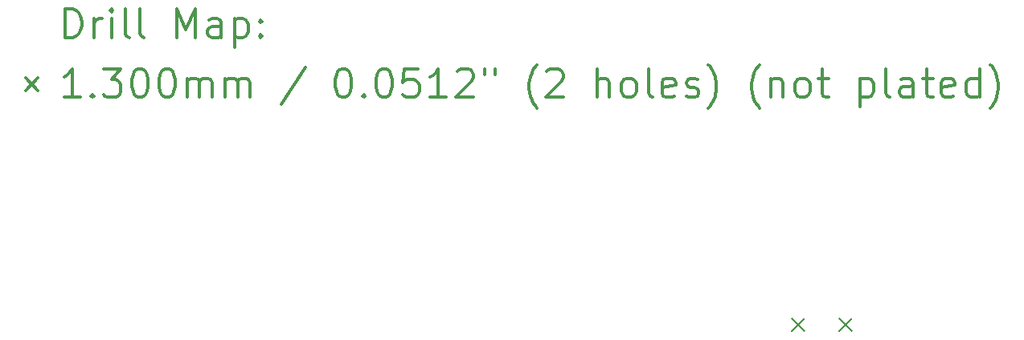
<source format=gbr>
%FSLAX45Y45*%
G04 Gerber Fmt 4.5, Leading zero omitted, Abs format (unit mm)*
G04 Created by KiCad (PCBNEW (5.1.12-1-10_14)) date 2021-12-30 00:25:39*
%MOMM*%
%LPD*%
G01*
G04 APERTURE LIST*
%ADD10C,0.200000*%
%ADD11C,0.300000*%
G04 APERTURE END LIST*
D10*
X7940000Y-3433850D02*
X8070000Y-3563850D01*
X8070000Y-3433850D02*
X7940000Y-3563850D01*
X8440000Y-3433850D02*
X8570000Y-3563850D01*
X8570000Y-3433850D02*
X8440000Y-3563850D01*
D11*
X286429Y-465714D02*
X286429Y-165714D01*
X357857Y-165714D01*
X400714Y-180000D01*
X429286Y-208571D01*
X443571Y-237143D01*
X457857Y-294286D01*
X457857Y-337143D01*
X443571Y-394286D01*
X429286Y-422857D01*
X400714Y-451428D01*
X357857Y-465714D01*
X286429Y-465714D01*
X586429Y-465714D02*
X586429Y-265714D01*
X586429Y-322857D02*
X600714Y-294286D01*
X615000Y-280000D01*
X643571Y-265714D01*
X672143Y-265714D01*
X772143Y-465714D02*
X772143Y-265714D01*
X772143Y-165714D02*
X757857Y-180000D01*
X772143Y-194286D01*
X786428Y-180000D01*
X772143Y-165714D01*
X772143Y-194286D01*
X957857Y-465714D02*
X929286Y-451428D01*
X915000Y-422857D01*
X915000Y-165714D01*
X1115000Y-465714D02*
X1086429Y-451428D01*
X1072143Y-422857D01*
X1072143Y-165714D01*
X1457857Y-465714D02*
X1457857Y-165714D01*
X1557857Y-380000D01*
X1657857Y-165714D01*
X1657857Y-465714D01*
X1929286Y-465714D02*
X1929286Y-308571D01*
X1915000Y-280000D01*
X1886428Y-265714D01*
X1829286Y-265714D01*
X1800714Y-280000D01*
X1929286Y-451428D02*
X1900714Y-465714D01*
X1829286Y-465714D01*
X1800714Y-451428D01*
X1786428Y-422857D01*
X1786428Y-394286D01*
X1800714Y-365714D01*
X1829286Y-351428D01*
X1900714Y-351428D01*
X1929286Y-337143D01*
X2072143Y-265714D02*
X2072143Y-565714D01*
X2072143Y-280000D02*
X2100714Y-265714D01*
X2157857Y-265714D01*
X2186429Y-280000D01*
X2200714Y-294286D01*
X2215000Y-322857D01*
X2215000Y-408571D01*
X2200714Y-437143D01*
X2186429Y-451428D01*
X2157857Y-465714D01*
X2100714Y-465714D01*
X2072143Y-451428D01*
X2343571Y-437143D02*
X2357857Y-451428D01*
X2343571Y-465714D01*
X2329286Y-451428D01*
X2343571Y-437143D01*
X2343571Y-465714D01*
X2343571Y-280000D02*
X2357857Y-294286D01*
X2343571Y-308571D01*
X2329286Y-294286D01*
X2343571Y-280000D01*
X2343571Y-308571D01*
X-130000Y-895000D02*
X0Y-1025000D01*
X0Y-895000D02*
X-130000Y-1025000D01*
X443571Y-1095714D02*
X272143Y-1095714D01*
X357857Y-1095714D02*
X357857Y-795714D01*
X329286Y-838571D01*
X300714Y-867143D01*
X272143Y-881428D01*
X572143Y-1067143D02*
X586429Y-1081429D01*
X572143Y-1095714D01*
X557857Y-1081429D01*
X572143Y-1067143D01*
X572143Y-1095714D01*
X686429Y-795714D02*
X872143Y-795714D01*
X772143Y-910000D01*
X815000Y-910000D01*
X843571Y-924286D01*
X857857Y-938571D01*
X872143Y-967143D01*
X872143Y-1038571D01*
X857857Y-1067143D01*
X843571Y-1081429D01*
X815000Y-1095714D01*
X729286Y-1095714D01*
X700714Y-1081429D01*
X686429Y-1067143D01*
X1057857Y-795714D02*
X1086429Y-795714D01*
X1115000Y-810000D01*
X1129286Y-824286D01*
X1143571Y-852857D01*
X1157857Y-910000D01*
X1157857Y-981428D01*
X1143571Y-1038571D01*
X1129286Y-1067143D01*
X1115000Y-1081429D01*
X1086429Y-1095714D01*
X1057857Y-1095714D01*
X1029286Y-1081429D01*
X1015000Y-1067143D01*
X1000714Y-1038571D01*
X986428Y-981428D01*
X986428Y-910000D01*
X1000714Y-852857D01*
X1015000Y-824286D01*
X1029286Y-810000D01*
X1057857Y-795714D01*
X1343571Y-795714D02*
X1372143Y-795714D01*
X1400714Y-810000D01*
X1415000Y-824286D01*
X1429286Y-852857D01*
X1443571Y-910000D01*
X1443571Y-981428D01*
X1429286Y-1038571D01*
X1415000Y-1067143D01*
X1400714Y-1081429D01*
X1372143Y-1095714D01*
X1343571Y-1095714D01*
X1315000Y-1081429D01*
X1300714Y-1067143D01*
X1286429Y-1038571D01*
X1272143Y-981428D01*
X1272143Y-910000D01*
X1286429Y-852857D01*
X1300714Y-824286D01*
X1315000Y-810000D01*
X1343571Y-795714D01*
X1572143Y-1095714D02*
X1572143Y-895714D01*
X1572143Y-924286D02*
X1586428Y-910000D01*
X1615000Y-895714D01*
X1657857Y-895714D01*
X1686428Y-910000D01*
X1700714Y-938571D01*
X1700714Y-1095714D01*
X1700714Y-938571D02*
X1715000Y-910000D01*
X1743571Y-895714D01*
X1786428Y-895714D01*
X1815000Y-910000D01*
X1829286Y-938571D01*
X1829286Y-1095714D01*
X1972143Y-1095714D02*
X1972143Y-895714D01*
X1972143Y-924286D02*
X1986428Y-910000D01*
X2015000Y-895714D01*
X2057857Y-895714D01*
X2086428Y-910000D01*
X2100714Y-938571D01*
X2100714Y-1095714D01*
X2100714Y-938571D02*
X2115000Y-910000D01*
X2143571Y-895714D01*
X2186429Y-895714D01*
X2215000Y-910000D01*
X2229286Y-938571D01*
X2229286Y-1095714D01*
X2815000Y-781428D02*
X2557857Y-1167143D01*
X3200714Y-795714D02*
X3229286Y-795714D01*
X3257857Y-810000D01*
X3272143Y-824286D01*
X3286428Y-852857D01*
X3300714Y-910000D01*
X3300714Y-981428D01*
X3286428Y-1038571D01*
X3272143Y-1067143D01*
X3257857Y-1081429D01*
X3229286Y-1095714D01*
X3200714Y-1095714D01*
X3172143Y-1081429D01*
X3157857Y-1067143D01*
X3143571Y-1038571D01*
X3129286Y-981428D01*
X3129286Y-910000D01*
X3143571Y-852857D01*
X3157857Y-824286D01*
X3172143Y-810000D01*
X3200714Y-795714D01*
X3429286Y-1067143D02*
X3443571Y-1081429D01*
X3429286Y-1095714D01*
X3415000Y-1081429D01*
X3429286Y-1067143D01*
X3429286Y-1095714D01*
X3629286Y-795714D02*
X3657857Y-795714D01*
X3686428Y-810000D01*
X3700714Y-824286D01*
X3715000Y-852857D01*
X3729286Y-910000D01*
X3729286Y-981428D01*
X3715000Y-1038571D01*
X3700714Y-1067143D01*
X3686428Y-1081429D01*
X3657857Y-1095714D01*
X3629286Y-1095714D01*
X3600714Y-1081429D01*
X3586428Y-1067143D01*
X3572143Y-1038571D01*
X3557857Y-981428D01*
X3557857Y-910000D01*
X3572143Y-852857D01*
X3586428Y-824286D01*
X3600714Y-810000D01*
X3629286Y-795714D01*
X4000714Y-795714D02*
X3857857Y-795714D01*
X3843571Y-938571D01*
X3857857Y-924286D01*
X3886428Y-910000D01*
X3957857Y-910000D01*
X3986428Y-924286D01*
X4000714Y-938571D01*
X4015000Y-967143D01*
X4015000Y-1038571D01*
X4000714Y-1067143D01*
X3986428Y-1081429D01*
X3957857Y-1095714D01*
X3886428Y-1095714D01*
X3857857Y-1081429D01*
X3843571Y-1067143D01*
X4300714Y-1095714D02*
X4129286Y-1095714D01*
X4215000Y-1095714D02*
X4215000Y-795714D01*
X4186428Y-838571D01*
X4157857Y-867143D01*
X4129286Y-881428D01*
X4415000Y-824286D02*
X4429286Y-810000D01*
X4457857Y-795714D01*
X4529286Y-795714D01*
X4557857Y-810000D01*
X4572143Y-824286D01*
X4586429Y-852857D01*
X4586429Y-881428D01*
X4572143Y-924286D01*
X4400714Y-1095714D01*
X4586429Y-1095714D01*
X4700714Y-795714D02*
X4700714Y-852857D01*
X4815000Y-795714D02*
X4815000Y-852857D01*
X5257857Y-1210000D02*
X5243571Y-1195714D01*
X5215000Y-1152857D01*
X5200714Y-1124286D01*
X5186429Y-1081429D01*
X5172143Y-1010000D01*
X5172143Y-952857D01*
X5186429Y-881428D01*
X5200714Y-838571D01*
X5215000Y-810000D01*
X5243571Y-767143D01*
X5257857Y-752857D01*
X5357857Y-824286D02*
X5372143Y-810000D01*
X5400714Y-795714D01*
X5472143Y-795714D01*
X5500714Y-810000D01*
X5515000Y-824286D01*
X5529286Y-852857D01*
X5529286Y-881428D01*
X5515000Y-924286D01*
X5343571Y-1095714D01*
X5529286Y-1095714D01*
X5886428Y-1095714D02*
X5886428Y-795714D01*
X6015000Y-1095714D02*
X6015000Y-938571D01*
X6000714Y-910000D01*
X5972143Y-895714D01*
X5929286Y-895714D01*
X5900714Y-910000D01*
X5886428Y-924286D01*
X6200714Y-1095714D02*
X6172143Y-1081429D01*
X6157857Y-1067143D01*
X6143571Y-1038571D01*
X6143571Y-952857D01*
X6157857Y-924286D01*
X6172143Y-910000D01*
X6200714Y-895714D01*
X6243571Y-895714D01*
X6272143Y-910000D01*
X6286428Y-924286D01*
X6300714Y-952857D01*
X6300714Y-1038571D01*
X6286428Y-1067143D01*
X6272143Y-1081429D01*
X6243571Y-1095714D01*
X6200714Y-1095714D01*
X6472143Y-1095714D02*
X6443571Y-1081429D01*
X6429286Y-1052857D01*
X6429286Y-795714D01*
X6700714Y-1081429D02*
X6672143Y-1095714D01*
X6615000Y-1095714D01*
X6586428Y-1081429D01*
X6572143Y-1052857D01*
X6572143Y-938571D01*
X6586428Y-910000D01*
X6615000Y-895714D01*
X6672143Y-895714D01*
X6700714Y-910000D01*
X6715000Y-938571D01*
X6715000Y-967143D01*
X6572143Y-995714D01*
X6829286Y-1081429D02*
X6857857Y-1095714D01*
X6915000Y-1095714D01*
X6943571Y-1081429D01*
X6957857Y-1052857D01*
X6957857Y-1038571D01*
X6943571Y-1010000D01*
X6915000Y-995714D01*
X6872143Y-995714D01*
X6843571Y-981428D01*
X6829286Y-952857D01*
X6829286Y-938571D01*
X6843571Y-910000D01*
X6872143Y-895714D01*
X6915000Y-895714D01*
X6943571Y-910000D01*
X7057857Y-1210000D02*
X7072143Y-1195714D01*
X7100714Y-1152857D01*
X7115000Y-1124286D01*
X7129286Y-1081429D01*
X7143571Y-1010000D01*
X7143571Y-952857D01*
X7129286Y-881428D01*
X7115000Y-838571D01*
X7100714Y-810000D01*
X7072143Y-767143D01*
X7057857Y-752857D01*
X7600714Y-1210000D02*
X7586428Y-1195714D01*
X7557857Y-1152857D01*
X7543571Y-1124286D01*
X7529286Y-1081429D01*
X7515000Y-1010000D01*
X7515000Y-952857D01*
X7529286Y-881428D01*
X7543571Y-838571D01*
X7557857Y-810000D01*
X7586428Y-767143D01*
X7600714Y-752857D01*
X7715000Y-895714D02*
X7715000Y-1095714D01*
X7715000Y-924286D02*
X7729286Y-910000D01*
X7757857Y-895714D01*
X7800714Y-895714D01*
X7829286Y-910000D01*
X7843571Y-938571D01*
X7843571Y-1095714D01*
X8029286Y-1095714D02*
X8000714Y-1081429D01*
X7986428Y-1067143D01*
X7972143Y-1038571D01*
X7972143Y-952857D01*
X7986428Y-924286D01*
X8000714Y-910000D01*
X8029286Y-895714D01*
X8072143Y-895714D01*
X8100714Y-910000D01*
X8115000Y-924286D01*
X8129286Y-952857D01*
X8129286Y-1038571D01*
X8115000Y-1067143D01*
X8100714Y-1081429D01*
X8072143Y-1095714D01*
X8029286Y-1095714D01*
X8215000Y-895714D02*
X8329286Y-895714D01*
X8257857Y-795714D02*
X8257857Y-1052857D01*
X8272143Y-1081429D01*
X8300714Y-1095714D01*
X8329286Y-1095714D01*
X8657857Y-895714D02*
X8657857Y-1195714D01*
X8657857Y-910000D02*
X8686429Y-895714D01*
X8743571Y-895714D01*
X8772143Y-910000D01*
X8786429Y-924286D01*
X8800714Y-952857D01*
X8800714Y-1038571D01*
X8786429Y-1067143D01*
X8772143Y-1081429D01*
X8743571Y-1095714D01*
X8686429Y-1095714D01*
X8657857Y-1081429D01*
X8972143Y-1095714D02*
X8943571Y-1081429D01*
X8929286Y-1052857D01*
X8929286Y-795714D01*
X9215000Y-1095714D02*
X9215000Y-938571D01*
X9200714Y-910000D01*
X9172143Y-895714D01*
X9115000Y-895714D01*
X9086429Y-910000D01*
X9215000Y-1081429D02*
X9186429Y-1095714D01*
X9115000Y-1095714D01*
X9086429Y-1081429D01*
X9072143Y-1052857D01*
X9072143Y-1024286D01*
X9086429Y-995714D01*
X9115000Y-981428D01*
X9186429Y-981428D01*
X9215000Y-967143D01*
X9315000Y-895714D02*
X9429286Y-895714D01*
X9357857Y-795714D02*
X9357857Y-1052857D01*
X9372143Y-1081429D01*
X9400714Y-1095714D01*
X9429286Y-1095714D01*
X9643571Y-1081429D02*
X9615000Y-1095714D01*
X9557857Y-1095714D01*
X9529286Y-1081429D01*
X9515000Y-1052857D01*
X9515000Y-938571D01*
X9529286Y-910000D01*
X9557857Y-895714D01*
X9615000Y-895714D01*
X9643571Y-910000D01*
X9657857Y-938571D01*
X9657857Y-967143D01*
X9515000Y-995714D01*
X9915000Y-1095714D02*
X9915000Y-795714D01*
X9915000Y-1081429D02*
X9886429Y-1095714D01*
X9829286Y-1095714D01*
X9800714Y-1081429D01*
X9786429Y-1067143D01*
X9772143Y-1038571D01*
X9772143Y-952857D01*
X9786429Y-924286D01*
X9800714Y-910000D01*
X9829286Y-895714D01*
X9886429Y-895714D01*
X9915000Y-910000D01*
X10029286Y-1210000D02*
X10043571Y-1195714D01*
X10072143Y-1152857D01*
X10086429Y-1124286D01*
X10100714Y-1081429D01*
X10115000Y-1010000D01*
X10115000Y-952857D01*
X10100714Y-881428D01*
X10086429Y-838571D01*
X10072143Y-810000D01*
X10043571Y-767143D01*
X10029286Y-752857D01*
M02*

</source>
